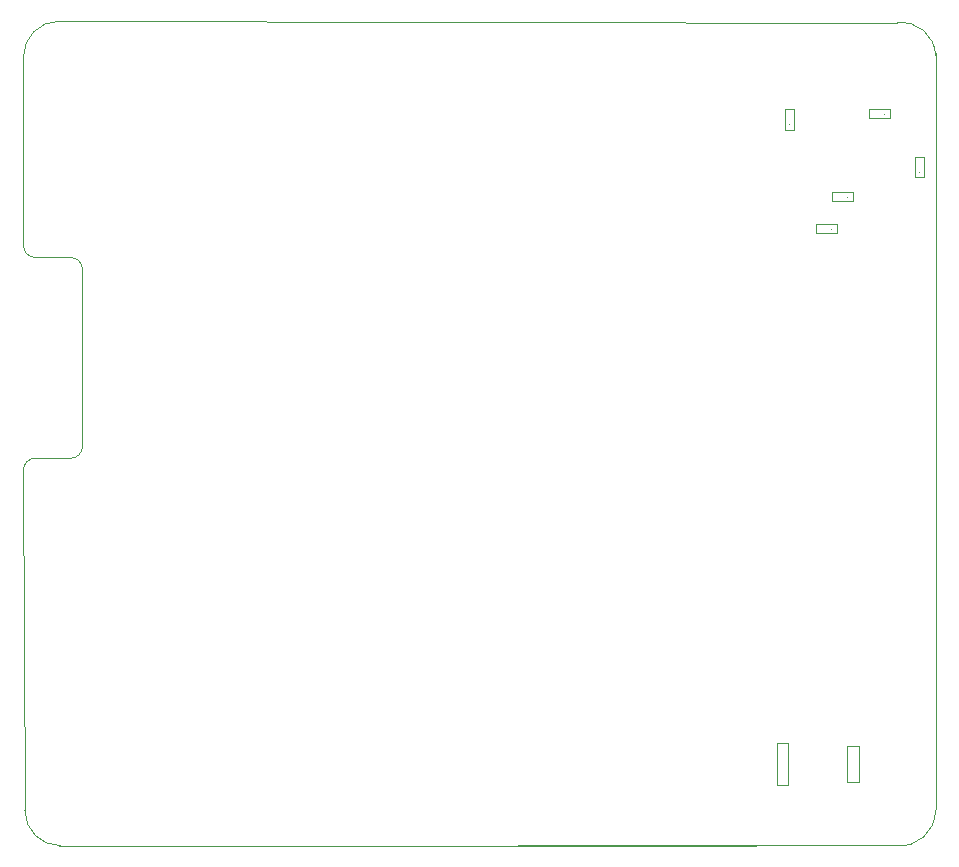
<source format=gm1>
G04 #@! TF.GenerationSoftware,KiCad,Pcbnew,(5.0.1)-4*
G04 #@! TF.CreationDate,2019-03-02T10:25:12-05:00*
G04 #@! TF.ProjectId,cubesatsim_solar,6375626573617473696D5F736F6C6172,B2.0*
G04 #@! TF.SameCoordinates,Original*
G04 #@! TF.FileFunction,Profile,NP*
%FSLAX46Y46*%
G04 Gerber Fmt 4.6, Leading zero omitted, Abs format (unit mm)*
G04 Created by KiCad (PCBNEW (5.0.1)-4) date 3/2/2019 10:25:12 AM*
%MOMM*%
%LPD*%
G01*
G04 APERTURE LIST*
%ADD10C,0.100000*%
G04 #@! TA.AperFunction,NonConductor*
%ADD11C,0.000100*%
G04 #@! TD*
G04 #@! TA.AperFunction,NonConductor*
%ADD12C,0.100000*%
G04 #@! TD*
G04 APERTURE END LIST*
D10*
X178842000Y-140816000D02*
X114127000Y-140879500D01*
X108920000Y-108070000D02*
G75*
G03X109920000Y-107070000I0J1000000D01*
G01*
X105039500Y-137879500D02*
G75*
G03X108039500Y-140879500I3000000J0D01*
G01*
X104920000Y-109070000D02*
X105055000Y-137958500D01*
X105920000Y-108070000D02*
G75*
G03X104920000Y-109070000I0J-1000000D01*
G01*
X108920000Y-108070000D02*
X105920000Y-108070000D01*
X104920000Y-90070000D02*
X104920000Y-74070000D01*
X109920000Y-92070000D02*
X109920000Y-107070000D01*
X105920000Y-91070000D02*
X108920000Y-91070000D01*
X109920000Y-92070000D02*
G75*
G03X108920000Y-91070000I-1000000J0D01*
G01*
X104920000Y-90070000D02*
G75*
G03X105920000Y-91070000I1000000J0D01*
G01*
X166912500Y-140879500D02*
X107912500Y-140879500D01*
X182144000Y-73760000D02*
X182144000Y-137768000D01*
X107920000Y-71070000D02*
X178842000Y-71220000D01*
X178843519Y-140879914D02*
G75*
G03X182144000Y-137895000I300481J2984914D01*
G01*
X107920000Y-71070000D02*
G75*
G03X104920000Y-74070000I0J-3000000D01*
G01*
X182144000Y-74014000D02*
G75*
G03X178880135Y-71220000I-2827821J0D01*
G01*
D11*
G04 #@! TO.C,J1*
X169690000Y-135708000D02*
X168690000Y-135708000D01*
X168690000Y-135708000D02*
X168690000Y-132208000D01*
X168690000Y-132208000D02*
X169690000Y-132208000D01*
X169690000Y-132208000D02*
X169690000Y-135708000D01*
X175690000Y-135458000D02*
X174690000Y-135458000D01*
X174690000Y-135458000D02*
X174690000Y-132458000D01*
X174690000Y-132458000D02*
X175690000Y-132458000D01*
X175690000Y-132458000D02*
X175690000Y-135458000D01*
D12*
G04 #@! TO.C,J3*
X180764000Y-83796000D02*
X180774000Y-83796000D01*
X181169000Y-84291000D02*
X181169000Y-82541000D01*
X181169000Y-82541000D02*
X180419000Y-82541000D01*
X180419000Y-82541000D02*
X180419000Y-84291000D01*
X181169000Y-84291000D02*
X180419000Y-84291000D01*
X177774000Y-78946000D02*
X177774000Y-78936000D01*
X178269000Y-78541000D02*
X176519000Y-78541000D01*
X176519000Y-78541000D02*
X176519000Y-79291000D01*
X176519000Y-79291000D02*
X178269000Y-79291000D01*
X178269000Y-78541000D02*
X178269000Y-79291000D01*
X174674000Y-85946000D02*
X174674000Y-85936000D01*
X175169000Y-85541000D02*
X173419000Y-85541000D01*
X173419000Y-85541000D02*
X173419000Y-86291000D01*
X173419000Y-86291000D02*
X175169000Y-86291000D01*
X175169000Y-85541000D02*
X175169000Y-86291000D01*
X173274000Y-88646000D02*
X173274000Y-88636000D01*
X173769000Y-88241000D02*
X172019000Y-88241000D01*
X172019000Y-88241000D02*
X172019000Y-88991000D01*
X172019000Y-88991000D02*
X173769000Y-88991000D01*
X173769000Y-88241000D02*
X173769000Y-88991000D01*
X169764000Y-79796000D02*
X169774000Y-79796000D01*
X170169000Y-80291000D02*
X170169000Y-78541000D01*
X170169000Y-78541000D02*
X169419000Y-78541000D01*
X169419000Y-78541000D02*
X169419000Y-80291000D01*
X170169000Y-80291000D02*
X169419000Y-80291000D01*
G04 #@! TD*
M02*

</source>
